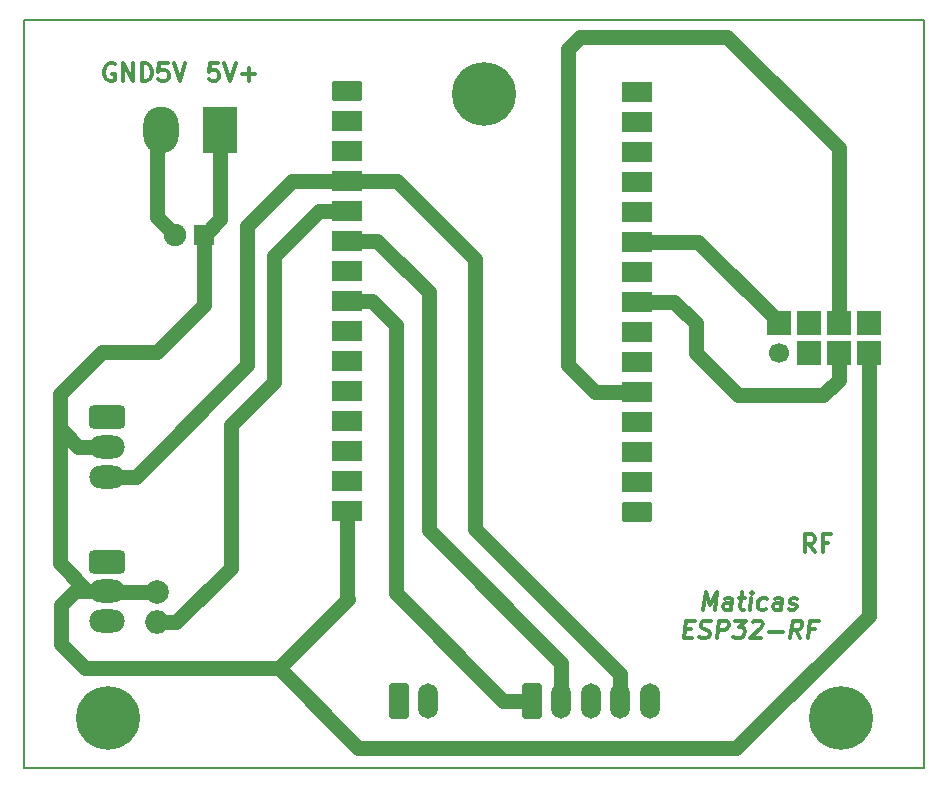
<source format=gbr>
%TF.GenerationSoftware,KiCad,Pcbnew,6.0.11+dfsg-1*%
%TF.CreationDate,2023-03-17T08:16:58-05:00*%
%TF.ProjectId,water_tank_module,77617465-725f-4746-916e-6b5f6d6f6475,rev?*%
%TF.SameCoordinates,Original*%
%TF.FileFunction,Copper,L1,Top*%
%TF.FilePolarity,Positive*%
%FSLAX46Y46*%
G04 Gerber Fmt 4.6, Leading zero omitted, Abs format (unit mm)*
G04 Created by KiCad (PCBNEW 6.0.11+dfsg-1) date 2023-03-17 08:16:58*
%MOMM*%
%LPD*%
G01*
G04 APERTURE LIST*
G04 Aperture macros list*
%AMRoundRect*
0 Rectangle with rounded corners*
0 $1 Rounding radius*
0 $2 $3 $4 $5 $6 $7 $8 $9 X,Y pos of 4 corners*
0 Add a 4 corners polygon primitive as box body*
4,1,4,$2,$3,$4,$5,$6,$7,$8,$9,$2,$3,0*
0 Add four circle primitives for the rounded corners*
1,1,$1+$1,$2,$3*
1,1,$1+$1,$4,$5*
1,1,$1+$1,$6,$7*
1,1,$1+$1,$8,$9*
0 Add four rect primitives between the rounded corners*
20,1,$1+$1,$2,$3,$4,$5,0*
20,1,$1+$1,$4,$5,$6,$7,0*
20,1,$1+$1,$6,$7,$8,$9,0*
20,1,$1+$1,$8,$9,$2,$3,0*%
G04 Aperture macros list end*
%TA.AperFunction,NonConductor*%
%ADD10C,0.200000*%
%TD*%
%ADD11C,0.300000*%
%TA.AperFunction,NonConductor*%
%ADD12C,0.300000*%
%TD*%
%TA.AperFunction,ComponentPad*%
%ADD13RoundRect,0.250000X-0.600000X-1.250000X0.600000X-1.250000X0.600000X1.250000X-0.600000X1.250000X0*%
%TD*%
%TA.AperFunction,ComponentPad*%
%ADD14O,1.700000X3.000000*%
%TD*%
%TA.AperFunction,ComponentPad*%
%ADD15C,5.400000*%
%TD*%
%TA.AperFunction,ComponentPad*%
%ADD16RoundRect,0.286765X-1.213235X0.688235X-1.213235X-0.688235X1.213235X-0.688235X1.213235X0.688235X0*%
%TD*%
%TA.AperFunction,ComponentPad*%
%ADD17O,3.000000X1.950000*%
%TD*%
%TA.AperFunction,ComponentPad*%
%ADD18R,2.000000X2.000000*%
%TD*%
%TA.AperFunction,ComponentPad*%
%ADD19C,1.700000*%
%TD*%
%TA.AperFunction,ComponentPad*%
%ADD20R,1.800000X1.800000*%
%TD*%
%TA.AperFunction,ComponentPad*%
%ADD21C,1.900000*%
%TD*%
%TA.AperFunction,ComponentPad*%
%ADD22RoundRect,0.250000X-1.020000X0.620000X-1.020000X-0.620000X1.020000X-0.620000X1.020000X0.620000X0*%
%TD*%
%TA.AperFunction,ComponentPad*%
%ADD23R,2.540000X1.740000*%
%TD*%
%TA.AperFunction,ComponentPad*%
%ADD24R,3.000000X3.960000*%
%TD*%
%TA.AperFunction,ComponentPad*%
%ADD25O,3.000000X3.960000*%
%TD*%
%TA.AperFunction,ComponentPad*%
%ADD26C,2.000000*%
%TD*%
%TA.AperFunction,ComponentPad*%
%ADD27O,2.000000X2.000000*%
%TD*%
%TA.AperFunction,ComponentPad*%
%ADD28RoundRect,0.250000X1.020000X-0.620000X1.020000X0.620000X-1.020000X0.620000X-1.020000X-0.620000X0*%
%TD*%
%TA.AperFunction,Conductor*%
%ADD29C,1.250000*%
%TD*%
G04 APERTURE END LIST*
D10*
X134060000Y-21300000D02*
X57800000Y-21300000D01*
X57800000Y-21300000D02*
X57800000Y-84630000D01*
X57800000Y-84630000D02*
X134060000Y-84630000D01*
X134060000Y-84630000D02*
X134060000Y-21300000D01*
D11*
D12*
X65488000Y-25040250D02*
X65345142Y-24968821D01*
X65130857Y-24968821D01*
X64916571Y-25040250D01*
X64773714Y-25183107D01*
X64702285Y-25325964D01*
X64630857Y-25611678D01*
X64630857Y-25825964D01*
X64702285Y-26111678D01*
X64773714Y-26254535D01*
X64916571Y-26397392D01*
X65130857Y-26468821D01*
X65273714Y-26468821D01*
X65488000Y-26397392D01*
X65559428Y-26325964D01*
X65559428Y-25825964D01*
X65273714Y-25825964D01*
X66202285Y-26468821D02*
X66202285Y-24968821D01*
X67059428Y-26468821D01*
X67059428Y-24968821D01*
X67773714Y-26468821D02*
X67773714Y-24968821D01*
X68130857Y-24968821D01*
X68345142Y-25040250D01*
X68488000Y-25183107D01*
X68559428Y-25325964D01*
X68630857Y-25611678D01*
X68630857Y-25825964D01*
X68559428Y-26111678D01*
X68488000Y-26254535D01*
X68345142Y-26397392D01*
X68130857Y-26468821D01*
X67773714Y-26468821D01*
X69988000Y-24968821D02*
X69273714Y-24968821D01*
X69202285Y-25683107D01*
X69273714Y-25611678D01*
X69416571Y-25540250D01*
X69773714Y-25540250D01*
X69916571Y-25611678D01*
X69988000Y-25683107D01*
X70059428Y-25825964D01*
X70059428Y-26183107D01*
X69988000Y-26325964D01*
X69916571Y-26397392D01*
X69773714Y-26468821D01*
X69416571Y-26468821D01*
X69273714Y-26397392D01*
X69202285Y-26325964D01*
X70488000Y-24968821D02*
X70988000Y-26468821D01*
X71488000Y-24968821D01*
D11*
D12*
X74273714Y-24968821D02*
X73559428Y-24968821D01*
X73488000Y-25683107D01*
X73559428Y-25611678D01*
X73702285Y-25540250D01*
X74059428Y-25540250D01*
X74202285Y-25611678D01*
X74273714Y-25683107D01*
X74345142Y-25825964D01*
X74345142Y-26183107D01*
X74273714Y-26325964D01*
X74202285Y-26397392D01*
X74059428Y-26468821D01*
X73702285Y-26468821D01*
X73559428Y-26397392D01*
X73488000Y-26325964D01*
X74773714Y-24968821D02*
X75273714Y-26468821D01*
X75773714Y-24968821D01*
X76273714Y-25897392D02*
X77416571Y-25897392D01*
X76845142Y-26468821D02*
X76845142Y-25325964D01*
D11*
D12*
X124789428Y-66337571D02*
X124289428Y-65623285D01*
X123932285Y-66337571D02*
X123932285Y-64837571D01*
X124503714Y-64837571D01*
X124646571Y-64909000D01*
X124718000Y-64980428D01*
X124789428Y-65123285D01*
X124789428Y-65337571D01*
X124718000Y-65480428D01*
X124646571Y-65551857D01*
X124503714Y-65623285D01*
X123932285Y-65623285D01*
X125932285Y-65551857D02*
X125432285Y-65551857D01*
X125432285Y-66337571D02*
X125432285Y-64837571D01*
X126146571Y-64837571D01*
D11*
D12*
X115345133Y-71226071D02*
X115532633Y-69726071D01*
X115898705Y-70797500D01*
X116532633Y-69726071D01*
X116345133Y-71226071D01*
X117702276Y-71226071D02*
X117800491Y-70440357D01*
X117746919Y-70297500D01*
X117612991Y-70226071D01*
X117327276Y-70226071D01*
X117175491Y-70297500D01*
X117711205Y-71154642D02*
X117559419Y-71226071D01*
X117202276Y-71226071D01*
X117068348Y-71154642D01*
X117014776Y-71011785D01*
X117032633Y-70868928D01*
X117121919Y-70726071D01*
X117273705Y-70654642D01*
X117630848Y-70654642D01*
X117782633Y-70583214D01*
X118327276Y-70226071D02*
X118898705Y-70226071D01*
X118604062Y-69726071D02*
X118443348Y-71011785D01*
X118496919Y-71154642D01*
X118630848Y-71226071D01*
X118773705Y-71226071D01*
X119273705Y-71226071D02*
X119398705Y-70226071D01*
X119461205Y-69726071D02*
X119380848Y-69797500D01*
X119443348Y-69868928D01*
X119523705Y-69797500D01*
X119461205Y-69726071D01*
X119443348Y-69868928D01*
X120639776Y-71154642D02*
X120487991Y-71226071D01*
X120202276Y-71226071D01*
X120068348Y-71154642D01*
X120005848Y-71083214D01*
X119952276Y-70940357D01*
X120005848Y-70511785D01*
X120095133Y-70368928D01*
X120175491Y-70297500D01*
X120327276Y-70226071D01*
X120612991Y-70226071D01*
X120746919Y-70297500D01*
X121916562Y-71226071D02*
X122014776Y-70440357D01*
X121961205Y-70297500D01*
X121827276Y-70226071D01*
X121541562Y-70226071D01*
X121389776Y-70297500D01*
X121925491Y-71154642D02*
X121773705Y-71226071D01*
X121416562Y-71226071D01*
X121282633Y-71154642D01*
X121229062Y-71011785D01*
X121246919Y-70868928D01*
X121336205Y-70726071D01*
X121487991Y-70654642D01*
X121845133Y-70654642D01*
X121996919Y-70583214D01*
X122568348Y-71154642D02*
X122702276Y-71226071D01*
X122987991Y-71226071D01*
X123139776Y-71154642D01*
X123229062Y-71011785D01*
X123237991Y-70940357D01*
X123184419Y-70797500D01*
X123050491Y-70726071D01*
X122836205Y-70726071D01*
X122702276Y-70654642D01*
X122648705Y-70511785D01*
X122657633Y-70440357D01*
X122746919Y-70297500D01*
X122898705Y-70226071D01*
X123112991Y-70226071D01*
X123246919Y-70297500D01*
X113800491Y-72855357D02*
X114300491Y-72855357D01*
X114416562Y-73641071D02*
X113702276Y-73641071D01*
X113889776Y-72141071D01*
X114604062Y-72141071D01*
X114996919Y-73569642D02*
X115202276Y-73641071D01*
X115559419Y-73641071D01*
X115711205Y-73569642D01*
X115791562Y-73498214D01*
X115880848Y-73355357D01*
X115898705Y-73212500D01*
X115845133Y-73069642D01*
X115782633Y-72998214D01*
X115648705Y-72926785D01*
X115371919Y-72855357D01*
X115237991Y-72783928D01*
X115175491Y-72712500D01*
X115121919Y-72569642D01*
X115139776Y-72426785D01*
X115229062Y-72283928D01*
X115309419Y-72212500D01*
X115461205Y-72141071D01*
X115818348Y-72141071D01*
X116023705Y-72212500D01*
X116487991Y-73641071D02*
X116675491Y-72141071D01*
X117246919Y-72141071D01*
X117380848Y-72212500D01*
X117443348Y-72283928D01*
X117496919Y-72426785D01*
X117470133Y-72641071D01*
X117380848Y-72783928D01*
X117300491Y-72855357D01*
X117148705Y-72926785D01*
X116577276Y-72926785D01*
X118032633Y-72141071D02*
X118961205Y-72141071D01*
X118389776Y-72712500D01*
X118604062Y-72712500D01*
X118737991Y-72783928D01*
X118800491Y-72855357D01*
X118854062Y-72998214D01*
X118809419Y-73355357D01*
X118720133Y-73498214D01*
X118639776Y-73569642D01*
X118487991Y-73641071D01*
X118059419Y-73641071D01*
X117925491Y-73569642D01*
X117862991Y-73498214D01*
X119514776Y-72283928D02*
X119595133Y-72212500D01*
X119746919Y-72141071D01*
X120104062Y-72141071D01*
X120237991Y-72212500D01*
X120300491Y-72283928D01*
X120354062Y-72426785D01*
X120336205Y-72569642D01*
X120237991Y-72783928D01*
X119273705Y-73641071D01*
X120202276Y-73641071D01*
X120916562Y-73069642D02*
X122059419Y-73069642D01*
X123559419Y-73641071D02*
X123148705Y-72926785D01*
X122702276Y-73641071D02*
X122889776Y-72141071D01*
X123461205Y-72141071D01*
X123595133Y-72212500D01*
X123657633Y-72283928D01*
X123711205Y-72426785D01*
X123684419Y-72641071D01*
X123595133Y-72783928D01*
X123514776Y-72855357D01*
X123362991Y-72926785D01*
X122791562Y-72926785D01*
X124800491Y-72855357D02*
X124300491Y-72855357D01*
X124202276Y-73641071D02*
X124389776Y-72141071D01*
X125104062Y-72141071D01*
D13*
%TO.P,J2,1,Pin_1*%
%TO.N,D26*%
X89555000Y-78948000D03*
D14*
%TO.P,J2,2,Pin_2*%
%TO.N,GND5V*%
X92055000Y-78948000D03*
%TD*%
D13*
%TO.P,J1,1,Pin_1*%
%TO.N,D25*%
X100791000Y-78913000D03*
D14*
%TO.P,J1,2,Pin_2*%
%TO.N,D32*%
X103291000Y-78913000D03*
%TO.P,J1,3,Pin_3*%
%TO.N,D33*%
X105791000Y-78913000D03*
%TO.P,J1,4,Pin_4*%
%TO.N,D34*%
X108291000Y-78913000D03*
%TO.P,J1,5,Pin_5*%
%TO.N,GND5V*%
X110791000Y-78913000D03*
%TD*%
D15*
%TO.P,H2,1*%
%TO.N,N/C*%
X64897000Y-80391000D03*
%TD*%
D16*
%TO.P,J_EC1,1,Pin_1*%
%TO.N,GND5V*%
X64888000Y-54949750D03*
D17*
%TO.P,J_EC1,2,Pin_2*%
%TO.N,5v*%
X64888000Y-57449750D03*
%TO.P,J_EC1,3,Pin_3*%
%TO.N,D34*%
X64888000Y-59949750D03*
%TD*%
D18*
%TO.P,U4,1,GND*%
%TO.N,GND5V*%
X129323000Y-46944000D03*
%TO.P,U4,2,VCC*%
%TO.N,5v*%
X129323000Y-49484000D03*
%TO.P,U4,3,CE*%
%TO.N,D4*%
X126783000Y-46944000D03*
%TO.P,U4,4,~{CSN}*%
%TO.N,D5*%
X126783000Y-49484000D03*
%TO.P,U4,5,SCK*%
%TO.N,D18*%
X124243000Y-46944000D03*
%TO.P,U4,6,MOSI*%
%TO.N,D23*%
X124243000Y-49484000D03*
%TO.P,U4,7,MISO*%
%TO.N,D19*%
X121703000Y-46944000D03*
D19*
%TO.P,U4,8,IRQ*%
%TO.N,unconnected-(U4-Pad8)*%
X121703000Y-49484000D03*
%TD*%
D20*
%TO.P,C1,1*%
%TO.N,5v*%
X73071113Y-39486250D03*
D21*
%TO.P,C1,2*%
%TO.N,GND5V*%
X70571113Y-39486250D03*
%TD*%
D16*
%TO.P,J_DS18,1,Pin_1*%
%TO.N,GND5V*%
X64888000Y-67149750D03*
D17*
%TO.P,J_DS18,2,Pin_2*%
%TO.N,5v*%
X64888000Y-69649750D03*
%TO.P,J_DS18,3,Pin_3*%
%TO.N,D35*%
X64888000Y-72149750D03*
%TD*%
D15*
%TO.P,H3,1*%
%TO.N,N/C*%
X96774000Y-27559000D03*
%TD*%
D22*
%TO.P,J_esp0,1,Pin_1*%
%TO.N,EN*%
X85195000Y-27305000D03*
D23*
%TO.P,J_esp0,2,Pin_2*%
%TO.N,VP*%
X85195000Y-29845000D03*
%TO.P,J_esp0,3,Pin_3*%
%TO.N,VN*%
X85195000Y-32385000D03*
%TO.P,J_esp0,4,Pin_4*%
%TO.N,D34*%
X85195000Y-34925000D03*
%TO.P,J_esp0,5,Pin_5*%
%TO.N,D35*%
X85195000Y-37465000D03*
%TO.P,J_esp0,6,Pin_6*%
%TO.N,D32*%
X85195000Y-40005000D03*
%TO.P,J_esp0,7,Pin_7*%
%TO.N,D33*%
X85195000Y-42545000D03*
%TO.P,J_esp0,8,Pin_8*%
%TO.N,D25*%
X85195000Y-45085000D03*
%TO.P,J_esp0,9,Pin_9*%
%TO.N,D26*%
X85195000Y-47625000D03*
%TO.P,J_esp0,10,Pin_10*%
%TO.N,D27*%
X85195000Y-50165000D03*
%TO.P,J_esp0,11,Pin_11*%
%TO.N,D14*%
X85195000Y-52705000D03*
%TO.P,J_esp0,12,Pin_12*%
%TO.N,D12*%
X85195000Y-55245000D03*
%TO.P,J_esp0,13,Pin_13*%
%TO.N,D13*%
X85195000Y-57785000D03*
%TO.P,J_esp0,14,Pin_14*%
%TO.N,GND5V*%
X85195000Y-60325000D03*
%TO.P,J_esp0,15,Pin_15*%
%TO.N,5v*%
X85195000Y-62865000D03*
%TD*%
D24*
%TO.P,5V1,1,Pin_1*%
%TO.N,5v*%
X74453000Y-30590250D03*
D25*
%TO.P,5V1,2,Pin_2*%
%TO.N,GND5V*%
X69453000Y-30590250D03*
%TD*%
D15*
%TO.P,H1,1*%
%TO.N,N/C*%
X127000000Y-80391000D03*
%TD*%
D26*
%TO.P,R11,1*%
%TO.N,5v*%
X69088000Y-69749750D03*
D27*
%TO.P,R11,2*%
%TO.N,D35*%
X69088000Y-72289750D03*
%TD*%
D28*
%TO.P,J_esp1,1,Pin_1*%
%TO.N,3V3*%
X109735500Y-62944000D03*
D23*
%TO.P,J_esp1,2,Pin_2*%
%TO.N,GND2*%
X109735500Y-60404000D03*
%TO.P,J_esp1,3,Pin_3*%
%TO.N,D15*%
X109735500Y-57864000D03*
%TO.P,J_esp1,4,Pin_4*%
%TO.N,D2*%
X109735500Y-55324000D03*
%TO.P,J_esp1,5,Pin_5*%
%TO.N,D4*%
X109735500Y-52784000D03*
%TO.P,J_esp1,6,Pin_6*%
%TO.N,RX2*%
X109735500Y-50244000D03*
%TO.P,J_esp1,7,Pin_7*%
%TO.N,TX2*%
X109735500Y-47704000D03*
%TO.P,J_esp1,8,Pin_8*%
%TO.N,D5*%
X109735500Y-45164000D03*
%TO.P,J_esp1,9,Pin_9*%
%TO.N,D18*%
X109735500Y-42624000D03*
%TO.P,J_esp1,10,Pin_10*%
%TO.N,D19*%
X109735500Y-40084000D03*
%TO.P,J_esp1,11,Pin_11*%
%TO.N,D21*%
X109735500Y-37544000D03*
%TO.P,J_esp1,12,Pin_12*%
%TO.N,RX0*%
X109735500Y-35004000D03*
%TO.P,J_esp1,13,Pin_13*%
%TO.N,TX0*%
X109735500Y-32464000D03*
%TO.P,J_esp1,14,Pin_14*%
%TO.N,D22*%
X109735500Y-29924000D03*
%TO.P,J_esp1,15,Pin_15*%
%TO.N,D23*%
X109735500Y-27384000D03*
%TD*%
D29*
%TO.N,D34*%
X80518000Y-34925000D02*
X85195000Y-34925000D01*
X76708000Y-38735000D02*
X80518000Y-34925000D01*
X96012000Y-64389000D02*
X96012000Y-41529000D01*
X96012000Y-41529000D02*
X89408000Y-34925000D01*
X67304250Y-59949750D02*
X76708000Y-50546000D01*
X108291000Y-78913000D02*
X108291000Y-76668000D01*
X64888000Y-59949750D02*
X67304250Y-59949750D01*
X76708000Y-50546000D02*
X76708000Y-38735000D01*
X108291000Y-76668000D02*
X96012000Y-64389000D01*
X89408000Y-34925000D02*
X85195000Y-34925000D01*
%TO.N,D35*%
X78994000Y-41275000D02*
X82804000Y-37465000D01*
X75311000Y-55626000D02*
X78994000Y-51943000D01*
X70712250Y-72289750D02*
X75311000Y-67691000D01*
X78994000Y-51943000D02*
X78994000Y-41275000D01*
X69088000Y-72289750D02*
X70712250Y-72289750D01*
X82804000Y-37465000D02*
X85195000Y-37465000D01*
X65028000Y-72289750D02*
X64888000Y-72149750D01*
X75311000Y-67691000D02*
X75311000Y-55626000D01*
%TO.N,D32*%
X103291000Y-75732000D02*
X103291000Y-78913000D01*
X85195000Y-40005000D02*
X87715000Y-40005000D01*
X87715000Y-40005000D02*
X92075000Y-44365000D01*
X92075000Y-44365000D02*
X92075000Y-64516000D01*
X92075000Y-64516000D02*
X103291000Y-75732000D01*
%TO.N,D25*%
X98344000Y-78913000D02*
X89281000Y-69850000D01*
X89281000Y-69850000D02*
X89281000Y-47117000D01*
X87249000Y-45085000D02*
X85195000Y-45085000D01*
X89281000Y-47117000D02*
X87249000Y-45085000D01*
X100791000Y-78913000D02*
X98344000Y-78913000D01*
%TO.N,D4*%
X109735500Y-52784000D02*
X106124000Y-52784000D01*
X126783000Y-32168000D02*
X126783000Y-46944000D01*
X103886000Y-23749000D02*
X104902000Y-22733000D01*
X106124000Y-52784000D02*
X103886000Y-50546000D01*
X103886000Y-50546000D02*
X103886000Y-23749000D01*
X104902000Y-22733000D02*
X117348000Y-22733000D01*
X117348000Y-22733000D02*
X126783000Y-32168000D01*
%TO.N,D5*%
X112855000Y-45164000D02*
X109735500Y-45164000D01*
X126783000Y-49484000D02*
X126783000Y-51779000D01*
X114681000Y-46990000D02*
X112855000Y-45164000D01*
X125476000Y-53086000D02*
X118237000Y-53086000D01*
X126783000Y-51779000D02*
X125476000Y-53086000D01*
X118237000Y-53086000D02*
X114681000Y-49530000D01*
X114681000Y-49530000D02*
X114681000Y-46990000D01*
%TO.N,D19*%
X121703000Y-46900000D02*
X114887000Y-40084000D01*
X121703000Y-46944000D02*
X121703000Y-46900000D01*
X114887000Y-40084000D02*
X109735500Y-40084000D01*
%TO.N,5v*%
X69088000Y-49403000D02*
X64389000Y-49403000D01*
X60960000Y-74168000D02*
X62992000Y-76200000D01*
X62402750Y-57449750D02*
X60833000Y-55880000D01*
X74453000Y-38169250D02*
X74453000Y-30590250D01*
X85195000Y-70380000D02*
X85195000Y-62865000D01*
X73071113Y-45419887D02*
X69088000Y-49403000D01*
X64888000Y-69649750D02*
X62176250Y-69649750D01*
X118110000Y-82931000D02*
X86106000Y-82931000D01*
X62992000Y-76200000D02*
X79375000Y-76200000D01*
X60833000Y-67294750D02*
X63188000Y-69649750D01*
X129323000Y-49484000D02*
X129323000Y-71718000D01*
X64988000Y-69749750D02*
X64888000Y-69649750D01*
X129323000Y-71718000D02*
X118110000Y-82931000D01*
X60833000Y-52959000D02*
X60833000Y-55880000D01*
X69088000Y-69749750D02*
X64988000Y-69749750D01*
X60960000Y-70866000D02*
X60960000Y-74168000D01*
X86106000Y-82931000D02*
X79375000Y-76200000D01*
X64389000Y-49403000D02*
X60833000Y-52959000D01*
X79375000Y-76200000D02*
X85217000Y-70358000D01*
X73071113Y-39486250D02*
X73071113Y-45419887D01*
X62176250Y-69649750D02*
X60960000Y-70866000D01*
X63188000Y-69649750D02*
X64888000Y-69649750D01*
X73136000Y-39486250D02*
X74453000Y-38169250D01*
X64888000Y-57449750D02*
X62402750Y-57449750D01*
X60833000Y-55880000D02*
X60833000Y-67294750D01*
X73071113Y-39486250D02*
X73136000Y-39486250D01*
%TO.N,GND5V*%
X69072000Y-37987137D02*
X69072000Y-30971250D01*
X70571113Y-39486250D02*
X69072000Y-37987137D01*
X69072000Y-30971250D02*
X69453000Y-30590250D01*
%TD*%
M02*

</source>
